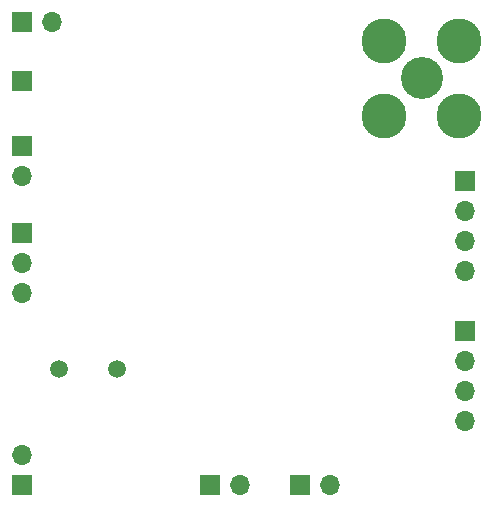
<source format=gbr>
%TF.GenerationSoftware,KiCad,Pcbnew,7.0.8-7.0.8~ubuntu22.04.1*%
%TF.CreationDate,2023-11-09T22:33:03+02:00*%
%TF.ProjectId,elepajaradio,656c6570-616a-4617-9261-64696f2e6b69,rev?*%
%TF.SameCoordinates,Original*%
%TF.FileFunction,Soldermask,Bot*%
%TF.FilePolarity,Negative*%
%FSLAX46Y46*%
G04 Gerber Fmt 4.6, Leading zero omitted, Abs format (unit mm)*
G04 Created by KiCad (PCBNEW 7.0.8-7.0.8~ubuntu22.04.1) date 2023-11-09 22:33:03*
%MOMM*%
%LPD*%
G01*
G04 APERTURE LIST*
%ADD10C,3.556000*%
%ADD11C,3.810000*%
%ADD12R,1.700000X1.700000*%
%ADD13O,1.700000X1.700000*%
%ADD14C,1.500000*%
G04 APERTURE END LIST*
D10*
%TO.C,AE1*%
X158870000Y-79810000D03*
D11*
X162045000Y-82985000D03*
X162045000Y-76635000D03*
X155695000Y-82985000D03*
X155695000Y-76635000D03*
%TD*%
D12*
%TO.C,SW2*%
X140970000Y-114230000D03*
D13*
X143510000Y-114230000D03*
%TD*%
D12*
%TO.C,J4*%
X125000000Y-80000000D03*
%TD*%
%TO.C,SW3*%
X148590000Y-114230000D03*
D13*
X151130000Y-114230000D03*
%TD*%
D14*
%TO.C,Y1*%
X133050000Y-104450000D03*
X128150000Y-104450000D03*
%TD*%
D12*
%TO.C,J1*%
X162500000Y-101190000D03*
D13*
X162500000Y-103730000D03*
X162500000Y-106270000D03*
X162500000Y-108810000D03*
%TD*%
D12*
%TO.C,MK1*%
X125000000Y-75000000D03*
D13*
X127540000Y-75000000D03*
%TD*%
D12*
%TO.C,SW1*%
X125000000Y-92915000D03*
D13*
X125000000Y-95455000D03*
X125000000Y-97995000D03*
%TD*%
D12*
%TO.C,J3*%
X125000000Y-114230000D03*
D13*
X125000000Y-111690000D03*
%TD*%
D12*
%TO.C,J2*%
X125000000Y-85525000D03*
D13*
X125000000Y-88065000D03*
%TD*%
D12*
%TO.C,U2*%
X162500000Y-88490000D03*
D13*
X162500000Y-91030000D03*
X162500000Y-93570000D03*
X162500000Y-96110000D03*
%TD*%
M02*

</source>
